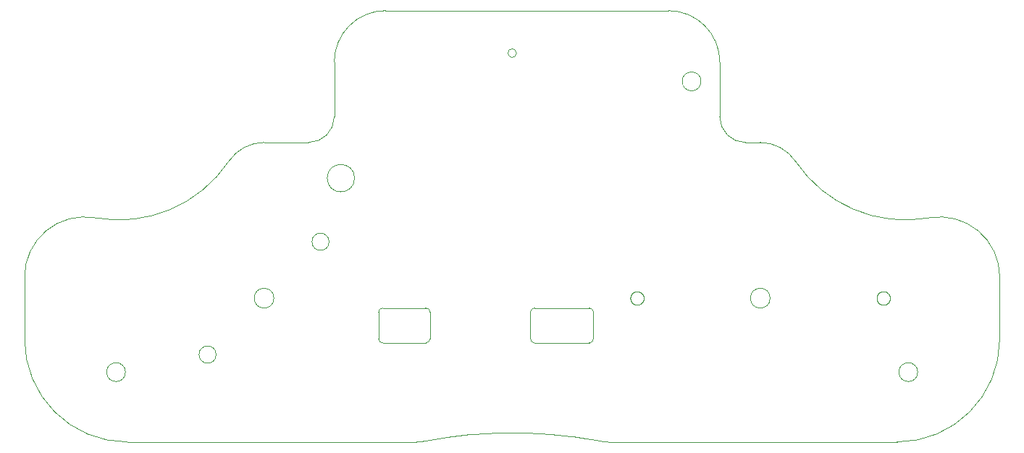
<source format=gbr>
%TF.GenerationSoftware,KiCad,Pcbnew,9.0.6-rc2*%
%TF.CreationDate,2025-11-20T00:12:21-08:00*%
%TF.ProjectId,Latte_Main_Board,4c617474-655f-44d6-9169-6e5f426f6172,rev?*%
%TF.SameCoordinates,Original*%
%TF.FileFunction,Profile,NP*%
%FSLAX46Y46*%
G04 Gerber Fmt 4.6, Leading zero omitted, Abs format (unit mm)*
G04 Created by KiCad (PCBNEW 9.0.6-rc2) date 2025-11-20 00:12:21*
%MOMM*%
%LPD*%
G01*
G04 APERTURE LIST*
%TA.AperFunction,Profile*%
%ADD10C,0.050000*%
%TD*%
%ADD11C,0.050000*%
G04 APERTURE END LIST*
D10*
X66001222Y-72893174D02*
X66615399Y-72788068D01*
D11*
X74256060Y-71973528D02*
X74165225Y-71978450D01*
X74076468Y-71983280D01*
X73991228Y-71987939D01*
X73907928Y-71992511D01*
X73827870Y-71996926D01*
X73749622Y-72001261D01*
X73674362Y-72005450D01*
X73600794Y-72009565D01*
X73529981Y-72013546D01*
X73460749Y-72017459D01*
X73394057Y-72021247D01*
X73328844Y-72024972D01*
X73265971Y-72028583D01*
X73204483Y-72032135D01*
X73145151Y-72035582D01*
X73087115Y-72038974D01*
X73031065Y-72042270D01*
X72976227Y-72045514D01*
X72923217Y-72048670D01*
X72871343Y-72051779D01*
X72821147Y-72054807D01*
X72772016Y-72057791D01*
X72724426Y-72060701D01*
X72677833Y-72063571D01*
X72632651Y-72066373D01*
X72588403Y-72069137D01*
X72545443Y-72071841D01*
X72503360Y-72074510D01*
X72462450Y-72077124D01*
X72422360Y-72079706D01*
X72383334Y-72082239D01*
X72345077Y-72084742D01*
X72307780Y-72087202D01*
X72271203Y-72089635D01*
X72235484Y-72092031D01*
X72200441Y-72094401D01*
X72166158Y-72096739D01*
X72132508Y-72099055D01*
X72099525Y-72101344D01*
X72067132Y-72103612D01*
X72035312Y-72105860D01*
X72004045Y-72108089D01*
X71973257Y-72110304D01*
X71942986Y-72112501D01*
X71913098Y-72114690D01*
X71883690Y-72116864D01*
X71825895Y-72121195D01*
X71769325Y-72125513D01*
X71713692Y-72129838D01*
X71658685Y-72134194D01*
X71603955Y-72138605D01*
X71549101Y-72143105D01*
X71493638Y-72147734D01*
X71436955Y-72152542D01*
X71378234Y-72157601D01*
X71316300Y-72163014D01*
X71301723Y-72164298D01*
D10*
X61076044Y-61451235D02*
G75*
G02*
X60575965Y-60951235I-44J500035D01*
G01*
D11*
X119144785Y-55568869D02*
X119151065Y-55564502D01*
X119157400Y-55560195D01*
X119163788Y-55555947D01*
X119170230Y-55551760D01*
X119176725Y-55547634D01*
X119183272Y-55543569D01*
X119189871Y-55539566D01*
X119196521Y-55535626D01*
X119203222Y-55531749D01*
X119209972Y-55527935D01*
X119216772Y-55524185D01*
X119223621Y-55520499D01*
X119230517Y-55516878D01*
X119237461Y-55513323D01*
X119244452Y-55509834D01*
X119251488Y-55506411D01*
X119258569Y-55503055D01*
X119265695Y-55499766D01*
X119272865Y-55496545D01*
X119280077Y-55493393D01*
X119287331Y-55490310D01*
X119294627Y-55487296D01*
X119301963Y-55484352D01*
X119309338Y-55481478D01*
X119316751Y-55478675D01*
X119324202Y-55475943D01*
X119331690Y-55473283D01*
X119339214Y-55470695D01*
X119346772Y-55468180D01*
X119354364Y-55465738D01*
X119361988Y-55463369D01*
X119369645Y-55461074D01*
X119377332Y-55458853D01*
X119385049Y-55456707D01*
X119392794Y-55454637D01*
X119400567Y-55452641D01*
X119408366Y-55450721D01*
X119416190Y-55448878D01*
X119424039Y-55447111D01*
X119431911Y-55445420D01*
X119439804Y-55443807D01*
X119447719Y-55442271D01*
X119455653Y-55440813D01*
X119463605Y-55439433D01*
X119471574Y-55438131D01*
X119479560Y-55436907D01*
X119487560Y-55435762D01*
X119495574Y-55434696D01*
X119503600Y-55433709D01*
X119511637Y-55432801D01*
X119519685Y-55431973D01*
X119527740Y-55431224D01*
X119535804Y-55430555D01*
X119539838Y-55430250D01*
X119543873Y-55429965D01*
X119547910Y-55429701D01*
X119551948Y-55429456D01*
X119555987Y-55429231D01*
X119560026Y-55429026D01*
X119564066Y-55428841D01*
X119568107Y-55428676D01*
X119572148Y-55428531D01*
X119576189Y-55428407D01*
X119580230Y-55428302D01*
X119584272Y-55428217D01*
X119588312Y-55428152D01*
X119592353Y-55428107D01*
X119596392Y-55428083D01*
X119600431Y-55428078D01*
X119604469Y-55428093D01*
X119608506Y-55428128D01*
X119612541Y-55428184D01*
X119616576Y-55428259D01*
X119620608Y-55428354D01*
X119624640Y-55428469D01*
X119628669Y-55428604D01*
X119632697Y-55428759D01*
X119636721Y-55428934D01*
X119640745Y-55429129D01*
X119644765Y-55429344D01*
X119648783Y-55429579D01*
X119652798Y-55429834D01*
X119656811Y-55430108D01*
X119660820Y-55430403D01*
X119664827Y-55430717D01*
X119668829Y-55431051D01*
X119672829Y-55431405D01*
X119676824Y-55431778D01*
X119680817Y-55432172D01*
X119684805Y-55432585D01*
X119688790Y-55433018D01*
X119692769Y-55433470D01*
X119696746Y-55433942D01*
X119700717Y-55434434D01*
X119704685Y-55434946D01*
X119708646Y-55435476D01*
X119712604Y-55436027D01*
X119716556Y-55436597D01*
X119720504Y-55437187D01*
X119724445Y-55437795D01*
X119728383Y-55438424D01*
X119732313Y-55439072D01*
X119736239Y-55439739D01*
X119740158Y-55440425D01*
X119744073Y-55441131D01*
X119747980Y-55441856D01*
X119751883Y-55442600D01*
X119755777Y-55443364D01*
X119759667Y-55444146D01*
X119763548Y-55444948D01*
X119767425Y-55445769D01*
X119771293Y-55446608D01*
X119775157Y-55447467D01*
X119779011Y-55448345D01*
X119782860Y-55449242D01*
X119786699Y-55450157D01*
X119790534Y-55451091D01*
X119794359Y-55452044D01*
X119798179Y-55453016D01*
X119801988Y-55454007D01*
X119805792Y-55455016D01*
X119809586Y-55456044D01*
X119813374Y-55457090D01*
X119817152Y-55458155D01*
X119820924Y-55459239D01*
X119824684Y-55460340D01*
X119828440Y-55461461D01*
X119832183Y-55462599D01*
X119835921Y-55463756D01*
X119839648Y-55464931D01*
X119843368Y-55466125D01*
X119847076Y-55467336D01*
X119850779Y-55468566D01*
X119854469Y-55469813D01*
X119858153Y-55471079D01*
X119861825Y-55472362D01*
X119865490Y-55473664D01*
X119869143Y-55474983D01*
X119872789Y-55476321D01*
X119876422Y-55477675D01*
X119880049Y-55479049D01*
X119883662Y-55480438D01*
X119887269Y-55481847D01*
X119890862Y-55483272D01*
X119894449Y-55484716D01*
X119898022Y-55486176D01*
X119901588Y-55487654D01*
X119905141Y-55489149D01*
X119908686Y-55490663D01*
X119912217Y-55492192D01*
X119915741Y-55493740D01*
X119919251Y-55495303D01*
X119922754Y-55496886D01*
X119926242Y-55498484D01*
X119929723Y-55500100D01*
X119936513Y-55503317D01*
D10*
X55395303Y-34991397D02*
G75*
G02*
X52395302Y-37991403I-3000003J-3D01*
G01*
X78323798Y-57854133D02*
X78323798Y-60951183D01*
X47206590Y-37991397D02*
X52395302Y-37991397D01*
X78323798Y-57854133D02*
G75*
G02*
X78823800Y-57354198I499902J33D01*
G01*
D11*
X90283987Y-56806539D02*
X90278065Y-56801386D01*
X90272191Y-56796168D01*
X90266363Y-56790885D01*
X90260584Y-56785539D01*
X90254854Y-56780128D01*
X90249175Y-56774655D01*
X90243546Y-56769120D01*
X90237968Y-56763523D01*
X90232443Y-56757866D01*
X90226971Y-56752149D01*
X90221554Y-56746372D01*
X90216191Y-56740538D01*
X90210883Y-56734645D01*
X90205632Y-56728696D01*
X90200439Y-56722690D01*
X90195303Y-56716630D01*
X90190226Y-56710515D01*
X90185209Y-56704346D01*
X90180251Y-56698125D01*
X90175355Y-56691852D01*
X90170521Y-56685528D01*
X90165749Y-56679155D01*
X90161041Y-56672732D01*
X90156396Y-56666261D01*
X90151816Y-56659743D01*
X90147301Y-56653179D01*
X90145068Y-56649880D01*
X90142852Y-56646570D01*
X90140653Y-56643248D01*
X90138470Y-56639916D01*
X90136304Y-56636573D01*
X90134155Y-56633219D01*
X90132023Y-56629855D01*
X90129908Y-56626480D01*
X90127811Y-56623095D01*
X90125730Y-56619699D01*
X90123667Y-56616294D01*
X90121621Y-56612878D01*
X90119592Y-56609453D01*
X90117581Y-56606018D01*
X90115588Y-56602574D01*
X90113612Y-56599120D01*
X90111654Y-56595657D01*
X90109714Y-56592184D01*
X90107792Y-56588703D01*
X90105887Y-56585213D01*
X90104001Y-56581714D01*
X90102132Y-56578206D01*
X90100282Y-56574690D01*
X90098450Y-56571164D01*
X90096636Y-56567632D01*
X90094840Y-56564090D01*
X90093063Y-56560541D01*
X90091304Y-56556984D01*
X90089564Y-56553419D01*
X90087842Y-56549846D01*
X90086139Y-56546267D01*
X90084455Y-56542679D01*
X90082789Y-56539085D01*
X90081142Y-56535482D01*
X90079514Y-56531874D01*
X90077904Y-56528258D01*
X90076314Y-56524636D01*
X90074742Y-56521007D01*
X90073190Y-56517372D01*
X90071656Y-56513729D01*
X90070142Y-56510082D01*
X90068647Y-56506427D01*
X90067171Y-56502768D01*
X90065714Y-56499101D01*
X90064277Y-56495430D01*
X90062858Y-56491752D01*
X90061459Y-56488070D01*
X90060080Y-56484381D01*
X90058720Y-56480689D01*
X90057379Y-56476989D01*
X90056058Y-56473287D01*
X90054756Y-56469578D01*
X90053666Y-56466425D01*
X120372738Y-56091024D02*
X120373883Y-56098665D01*
X120374950Y-56106328D01*
X120375939Y-56114013D01*
X120376850Y-56121718D01*
X120377684Y-56129443D01*
X120378439Y-56137187D01*
X120379115Y-56144950D01*
X120379713Y-56152729D01*
X120380231Y-56160525D01*
X120380671Y-56168337D01*
X120381032Y-56176163D01*
X120381313Y-56184003D01*
X120381514Y-56191855D01*
X120381636Y-56199719D01*
X120381678Y-56207594D01*
X120381640Y-56215479D01*
X120381523Y-56223373D01*
X120381325Y-56231275D01*
X120381047Y-56239183D01*
X120380689Y-56247097D01*
X120380250Y-56255016D01*
X120379731Y-56262938D01*
X120379132Y-56270863D01*
X120378453Y-56278789D01*
X120377693Y-56286716D01*
X120376854Y-56294642D01*
X120375933Y-56302566D01*
X120374933Y-56310487D01*
X120373853Y-56318404D01*
X120372693Y-56326315D01*
X120371453Y-56334220D01*
X120370133Y-56342118D01*
X120368733Y-56350007D01*
X120367254Y-56357885D01*
X120365696Y-56365753D01*
X120364058Y-56373609D01*
X120362342Y-56381451D01*
X120360547Y-56389278D01*
X120358674Y-56397089D01*
X120356722Y-56404884D01*
X120354693Y-56412660D01*
X120352585Y-56420417D01*
X120350401Y-56428154D01*
X120348140Y-56435869D01*
X120346980Y-56439718D01*
X120345801Y-56443561D01*
X120344604Y-56447398D01*
X120343387Y-56451229D01*
X120342151Y-56455053D01*
X120340897Y-56458871D01*
X120339623Y-56462683D01*
X120338331Y-56466488D01*
X120337020Y-56470286D01*
X120335690Y-56474077D01*
X120334341Y-56477860D01*
X120332974Y-56481637D01*
X120331588Y-56485406D01*
X120330184Y-56489168D01*
X120328761Y-56492921D01*
X120327319Y-56496668D01*
X120325860Y-56500405D01*
X120324382Y-56504135D01*
X120322886Y-56507856D01*
X120321371Y-56511570D01*
X120319839Y-56515274D01*
X120318288Y-56518971D01*
X120316720Y-56522657D01*
X120315133Y-56526336D01*
X120313529Y-56530005D01*
X120311907Y-56533665D01*
X120310267Y-56537315D01*
X120308609Y-56540957D01*
X120306934Y-56544588D01*
X120305241Y-56548210D01*
X120303531Y-56551821D01*
X120301803Y-56555424D01*
X120300059Y-56559015D01*
X120298296Y-56562597D01*
X120296517Y-56566168D01*
X120294720Y-56569729D01*
X120292907Y-56573279D01*
X120291075Y-56576819D01*
X120289228Y-56580347D01*
X120287363Y-56583865D01*
X120285483Y-56587371D01*
X120283584Y-56590867D01*
X120281670Y-56594350D01*
X120279738Y-56597824D01*
X120277791Y-56601284D01*
X120275827Y-56604735D01*
X120273847Y-56608171D01*
X120271850Y-56611598D01*
X120269837Y-56615011D01*
X120267808Y-56618414D01*
X120265763Y-56621802D01*
X120263702Y-56625180D01*
X120261626Y-56628544D01*
X120259532Y-56631898D01*
X120257425Y-56635236D01*
X120255300Y-56638564D01*
X120253161Y-56641877D01*
X120251005Y-56645180D01*
X120248836Y-56648467D01*
X120246649Y-56651743D01*
X120244449Y-56655004D01*
X120242232Y-56658253D01*
X120240001Y-56661487D01*
X120237754Y-56664710D01*
X120235494Y-56667917D01*
X120233217Y-56671113D01*
X120230927Y-56674292D01*
X120228620Y-56677460D01*
X120226301Y-56680612D01*
X120223965Y-56683752D01*
X120221617Y-56686876D01*
X120219253Y-56689987D01*
X120216876Y-56693082D01*
X120214483Y-56696166D01*
X120212077Y-56699232D01*
X120209656Y-56702286D01*
X120207222Y-56705323D01*
X120204773Y-56708348D01*
X120202312Y-56711356D01*
X120199835Y-56714352D01*
X120197347Y-56717330D01*
X120194842Y-56720296D01*
X120192327Y-56723244D01*
X120189796Y-56726179D01*
X120187253Y-56729097D01*
X120184695Y-56732002D01*
X120184045Y-56732736D01*
X91384045Y-56732737D02*
X91378884Y-56738493D01*
X91373656Y-56744203D01*
X91368362Y-56749867D01*
X91363003Y-56755484D01*
X91357578Y-56761054D01*
X91352090Y-56766575D01*
X91346537Y-56772047D01*
X91340920Y-56777469D01*
X91335241Y-56782841D01*
X91329500Y-56788162D01*
X91323696Y-56793431D01*
X91317832Y-56798648D01*
X91311908Y-56803811D01*
X91305923Y-56808921D01*
X91299880Y-56813975D01*
X91293778Y-56818974D01*
X91287618Y-56823918D01*
X91281402Y-56828804D01*
X91275129Y-56833633D01*
X91268801Y-56838403D01*
X91262419Y-56843115D01*
X91255982Y-56847767D01*
X91249493Y-56852359D01*
X91242951Y-56856889D01*
X91236359Y-56861358D01*
X91229715Y-56865764D01*
X91223023Y-56870107D01*
X91216281Y-56874387D01*
X91209493Y-56878602D01*
X91202657Y-56882751D01*
X91195775Y-56886835D01*
X91188849Y-56890853D01*
X91181879Y-56894804D01*
X91174866Y-56898686D01*
X91167812Y-56902501D01*
X91160717Y-56906247D01*
X91153581Y-56909923D01*
X91146408Y-56913529D01*
X91139196Y-56917065D01*
X91131949Y-56920529D01*
X91124665Y-56923922D01*
X91117348Y-56927242D01*
X91109997Y-56930490D01*
X91106309Y-56932086D01*
X91102614Y-56933664D01*
X91098911Y-56935224D01*
X91095200Y-56936765D01*
X91091481Y-56938287D01*
X91087756Y-56939791D01*
X91084023Y-56941276D01*
X91080283Y-56942743D01*
X91076536Y-56944191D01*
X91072782Y-56945620D01*
X91069022Y-56947030D01*
X91065255Y-56948421D01*
X91061482Y-56949793D01*
X91057703Y-56951146D01*
X91053918Y-56952480D01*
X91050126Y-56953795D01*
X91046329Y-56955091D01*
X91042526Y-56956368D01*
X91038719Y-56957625D01*
X91034905Y-56958863D01*
X91031086Y-56960081D01*
X91027262Y-56961281D01*
X91023434Y-56962460D01*
X91019600Y-56963621D01*
X91015762Y-56964762D01*
X91011919Y-56965883D01*
X91008072Y-56966985D01*
X91004221Y-56968067D01*
X91000366Y-56969129D01*
X90996506Y-56970172D01*
X90992644Y-56971195D01*
X90988776Y-56972199D01*
X90984907Y-56973182D01*
X90981032Y-56974146D01*
X90977156Y-56975090D01*
X90973276Y-56976014D01*
X90969394Y-56976918D01*
X90965507Y-56977803D01*
X90961620Y-56978667D01*
X90957728Y-56979512D01*
X90953836Y-56980337D01*
X90949939Y-56981141D01*
X90946043Y-56981926D01*
X90942142Y-56982691D01*
X90938241Y-56983435D01*
X90934337Y-56984160D01*
X90930434Y-56984864D01*
X90926526Y-56985548D01*
X90922620Y-56986212D01*
X90918710Y-56986857D01*
X90914801Y-56987481D01*
X90910889Y-56988085D01*
X90906979Y-56988668D01*
X90903066Y-56989232D01*
X90899154Y-56989776D01*
X90895240Y-56990299D01*
X90891328Y-56990802D01*
X90887413Y-56991285D01*
X90883501Y-56991748D01*
X90879586Y-56992191D01*
X90875674Y-56992613D01*
X90871760Y-56993016D01*
X90867849Y-56993398D01*
X90863936Y-56993760D01*
X90860026Y-56994102D01*
X90856114Y-56994423D01*
X90852206Y-56994725D01*
X90848297Y-56995006D01*
X90844391Y-56995267D01*
X90840484Y-56995508D01*
X90836581Y-56995729D01*
X90832677Y-56995930D01*
X90828777Y-56996110D01*
X90824876Y-56996271D01*
X90820980Y-56996411D01*
X90817083Y-56996532D01*
X90813191Y-56996632D01*
X90809298Y-56996712D01*
X90805411Y-56996772D01*
X90801523Y-56996811D01*
X90797641Y-56996831D01*
X90793758Y-56996831D01*
X90789881Y-56996811D01*
X90786003Y-56996771D01*
X90778382Y-56996633D01*
D10*
X55395303Y-28572003D02*
G75*
G02*
X61395305Y-22572003I5999997J3D01*
G01*
X133190000Y-61040002D02*
G75*
G02*
X121190000Y-73040000I-12000000J2D01*
G01*
D11*
X86378778Y-72893174D02*
X86406651Y-72897963D01*
X86434537Y-72902674D01*
X86462437Y-72907305D01*
X86490350Y-72911858D01*
X86518276Y-72916332D01*
X86546214Y-72920726D01*
X86574165Y-72925042D01*
X86602129Y-72929279D01*
X86630104Y-72933436D01*
X86658091Y-72937515D01*
X86686090Y-72941514D01*
X86714100Y-72945434D01*
X86742121Y-72949275D01*
X86770153Y-72953036D01*
X86798195Y-72956719D01*
X86826248Y-72960322D01*
X86854312Y-72963845D01*
X86868347Y-72965577D01*
X86882385Y-72967290D01*
X86896426Y-72968982D01*
X86910468Y-72970654D01*
X86924514Y-72972307D01*
X86938561Y-72973940D01*
X86952611Y-72975553D01*
X86966663Y-72977146D01*
X86980717Y-72978719D01*
X86994774Y-72980272D01*
X87008833Y-72981806D01*
X87022894Y-72983319D01*
X87036957Y-72984813D01*
X87051023Y-72986287D01*
X87065090Y-72987741D01*
X87079160Y-72989175D01*
X87093232Y-72990589D01*
X87107305Y-72991983D01*
X87121381Y-72993358D01*
X87135459Y-72994712D01*
X87149538Y-72996046D01*
X87163620Y-72997361D01*
X87177703Y-72998656D01*
X87191788Y-72999931D01*
X87205875Y-73001185D01*
X87219964Y-73002420D01*
X87229293Y-73003227D01*
D10*
X61076044Y-61451235D02*
X66091702Y-61451235D01*
X66591701Y-60951236D02*
X66591701Y-57854134D01*
X98270086Y-30847003D02*
G75*
G02*
X96070088Y-30847003I-1099999J0D01*
G01*
X96070088Y-30847003D02*
G75*
G02*
X98270086Y-30847003I1099999J0D01*
G01*
X103465470Y-37991397D02*
G75*
G02*
X100465503Y-34991392I30J2999997D01*
G01*
X19190001Y-53701697D02*
G75*
G02*
X27434353Y-46813180I6999999J7D01*
G01*
X64293889Y-73040001D02*
X31190001Y-73040001D01*
X124945648Y-46813185D02*
G75*
G02*
X133190004Y-53701701I1244352J-6888515D01*
G01*
X66091700Y-57354133D02*
X61076044Y-57354134D01*
D11*
X90778382Y-56996633D02*
X90770586Y-56996413D01*
X90762783Y-56996112D01*
X90754974Y-56995731D01*
X90747160Y-56995270D01*
X90739342Y-56994729D01*
X90731520Y-56994107D01*
X90723696Y-56993405D01*
X90715871Y-56992622D01*
X90708045Y-56991759D01*
X90700220Y-56990816D01*
X90692397Y-56989792D01*
X90684577Y-56988688D01*
X90676761Y-56987504D01*
X90668950Y-56986240D01*
X90661145Y-56984896D01*
X90653346Y-56983472D01*
X90645556Y-56981968D01*
X90637776Y-56980384D01*
X90630006Y-56978721D01*
X90622247Y-56976979D01*
X90614501Y-56975157D01*
X90606768Y-56973257D01*
X90599051Y-56971278D01*
X90591349Y-56969220D01*
X90583665Y-56967084D01*
X90575999Y-56964871D01*
X90568352Y-56962579D01*
X90560726Y-56960211D01*
X90553121Y-56957765D01*
X90545539Y-56955242D01*
X90537982Y-56952644D01*
X90530449Y-56949969D01*
X90522942Y-56947219D01*
X90515463Y-56944393D01*
X90511734Y-56942952D01*
X90508012Y-56941493D01*
X90504298Y-56940015D01*
X90500591Y-56938518D01*
X90496892Y-56937003D01*
X90493200Y-56935470D01*
X90489517Y-56933918D01*
X90485841Y-56932348D01*
X90482174Y-56930759D01*
X90478515Y-56929153D01*
X90474865Y-56927528D01*
X90471223Y-56925885D01*
X90467591Y-56924225D01*
X90463966Y-56922546D01*
X90460351Y-56920849D01*
X90456745Y-56919135D01*
X90453149Y-56917403D01*
X90449561Y-56915653D01*
X90445984Y-56913886D01*
X90442416Y-56912101D01*
X90438858Y-56910299D01*
X90435309Y-56908479D01*
X90431771Y-56906642D01*
X90428243Y-56904787D01*
X90424726Y-56902916D01*
X90421218Y-56901027D01*
X90417722Y-56899122D01*
X90414235Y-56897199D01*
X90410760Y-56895259D01*
X90407295Y-56893303D01*
X90403843Y-56891330D01*
X90400400Y-56889340D01*
X90396970Y-56887334D01*
X90393550Y-56885310D01*
X90390143Y-56883272D01*
X90386746Y-56881215D01*
X90383362Y-56879144D01*
X90379988Y-56877055D01*
X90376629Y-56874952D01*
X90373279Y-56872831D01*
X90369944Y-56870695D01*
X90366619Y-56868542D01*
X90363308Y-56866375D01*
X90360008Y-56864191D01*
X90356722Y-56861992D01*
X90353448Y-56859776D01*
X90350188Y-56857547D01*
X90346939Y-56855300D01*
X90343705Y-56853040D01*
X90340483Y-56850763D01*
X90337275Y-56848472D01*
X90334079Y-56846165D01*
X90330898Y-56843844D01*
X90327729Y-56841507D01*
X90324576Y-56839157D01*
X90321434Y-56836790D01*
X90318308Y-56834410D01*
X90315194Y-56832015D01*
X90312096Y-56829606D01*
X90309011Y-56827181D01*
X90305941Y-56824744D01*
X90302884Y-56822290D01*
X90299843Y-56819825D01*
X90296814Y-56817343D01*
X90293802Y-56814849D01*
X90290803Y-56812340D01*
X90287820Y-56809819D01*
X90284851Y-56807282D01*
X90283987Y-56806539D01*
D10*
X86378778Y-72893174D02*
X85454590Y-72737082D01*
X121190000Y-73040001D02*
X88086111Y-73040001D01*
X78823850Y-61451235D02*
X85194600Y-61451235D01*
D11*
X119578382Y-56996633D02*
X119570586Y-56996413D01*
X119562783Y-56996112D01*
X119554974Y-56995731D01*
X119547159Y-56995270D01*
X119539341Y-56994728D01*
X119531519Y-56994106D01*
X119523695Y-56993404D01*
X119515869Y-56992622D01*
X119508044Y-56991759D01*
X119500219Y-56990815D01*
X119492396Y-56989792D01*
X119484576Y-56988688D01*
X119476759Y-56987504D01*
X119468948Y-56986239D01*
X119461142Y-56984895D01*
X119453344Y-56983471D01*
X119445554Y-56981967D01*
X119437773Y-56980383D01*
X119430003Y-56978720D01*
X119422244Y-56976978D01*
X119414498Y-56975156D01*
X119406766Y-56973256D01*
X119399048Y-56971277D01*
X119391346Y-56969219D01*
X119383662Y-56967083D01*
X119375996Y-56964870D01*
X119368349Y-56962578D01*
X119360723Y-56960209D01*
X119353118Y-56957764D01*
X119345536Y-56955241D01*
X119337979Y-56952642D01*
X119330446Y-56949968D01*
X119322939Y-56947217D01*
X119315460Y-56944392D01*
X119311731Y-56942951D01*
X119308009Y-56941492D01*
X119304295Y-56940014D01*
X119300588Y-56938517D01*
X119296889Y-56937002D01*
X119293197Y-56935468D01*
X119289514Y-56933917D01*
X119285839Y-56932346D01*
X119282172Y-56930758D01*
X119278513Y-56929151D01*
X119274863Y-56927527D01*
X119271221Y-56925884D01*
X119267588Y-56924223D01*
X119263964Y-56922545D01*
X119260349Y-56920848D01*
X119256743Y-56919134D01*
X119253146Y-56917402D01*
X119249559Y-56915652D01*
X119245981Y-56913885D01*
X119242413Y-56912100D01*
X119238855Y-56910297D01*
X119235307Y-56908477D01*
X119231769Y-56906641D01*
X119228240Y-56904786D01*
X119224723Y-56902915D01*
X119221215Y-56901026D01*
X119217719Y-56899120D01*
X119214233Y-56897197D01*
X119210758Y-56895258D01*
X119207293Y-56893301D01*
X119203841Y-56891329D01*
X119200398Y-56889339D01*
X119196968Y-56887333D01*
X119193548Y-56885309D01*
X119190141Y-56883270D01*
X119186744Y-56881214D01*
X119183360Y-56879143D01*
X119179987Y-56877054D01*
X119176627Y-56874950D01*
X119173277Y-56872830D01*
X119169942Y-56870694D01*
X119166617Y-56868541D01*
X119163306Y-56866374D01*
X119160006Y-56864190D01*
X119156721Y-56861991D01*
X119153446Y-56859775D01*
X119150186Y-56857546D01*
X119146938Y-56855299D01*
X119143704Y-56853039D01*
X119140481Y-56850762D01*
X119137274Y-56848471D01*
X119134078Y-56846164D01*
X119130897Y-56843843D01*
X119127728Y-56841506D01*
X119124575Y-56839156D01*
X119121433Y-56836789D01*
X119118307Y-56834410D01*
X119115193Y-56832014D01*
X119112095Y-56829605D01*
X119109009Y-56827180D01*
X119105940Y-56824743D01*
X119102883Y-56822289D01*
X119099842Y-56819824D01*
X119096813Y-56817342D01*
X119093801Y-56814848D01*
X119090802Y-56812339D01*
X119087820Y-56809818D01*
X119084850Y-56807281D01*
X119083986Y-56806538D01*
D10*
X66591701Y-60951236D02*
G75*
G02*
X66091702Y-61451201I-500001J36D01*
G01*
X105181145Y-37991397D02*
G75*
G02*
X109323869Y-40203265I-7745J-5000003D01*
G01*
X76689999Y-27540001D02*
G75*
G02*
X75690001Y-27540001I-499999J0D01*
G01*
X75690001Y-27540001D02*
G75*
G02*
X76689999Y-27540001I499999J0D01*
G01*
X71301723Y-72164298D02*
X68586868Y-72483539D01*
X85694590Y-60944721D02*
X85694590Y-57854102D01*
X85694590Y-60944721D02*
G75*
G02*
X85194600Y-61451232I-499990J-6479D01*
G01*
D11*
X118811109Y-56211390D02*
X118811149Y-56203697D01*
X118811269Y-56195993D01*
X118811469Y-56188280D01*
X118811749Y-56180558D01*
X118812110Y-56172828D01*
X118812550Y-56165091D01*
X118813072Y-56157348D01*
X118813673Y-56149599D01*
X118814355Y-56141845D01*
X118815118Y-56134087D01*
X118815962Y-56126327D01*
X118816886Y-56118564D01*
X118817890Y-56110800D01*
X118818976Y-56103036D01*
X118820141Y-56095273D01*
X118821388Y-56087511D01*
X118822715Y-56079752D01*
X118824123Y-56071996D01*
X118825610Y-56064245D01*
X118827179Y-56056499D01*
X118828827Y-56048760D01*
X118830556Y-56041029D01*
X118832365Y-56033306D01*
X118834253Y-56025593D01*
X118836221Y-56017890D01*
X118838269Y-56010199D01*
X118840396Y-56002521D01*
X118842602Y-55994857D01*
X118844887Y-55987208D01*
X118847251Y-55979575D01*
X118849693Y-55971960D01*
X118852213Y-55964362D01*
X118854811Y-55956784D01*
X118857487Y-55949227D01*
X118860240Y-55941691D01*
X118863069Y-55934178D01*
X118865975Y-55926689D01*
X118868957Y-55919225D01*
X118872015Y-55911787D01*
X118875148Y-55904377D01*
X118878355Y-55896994D01*
X118881638Y-55889642D01*
X118884994Y-55882320D01*
X118888423Y-55875029D01*
X118891926Y-55867772D01*
X118895501Y-55860549D01*
X118899147Y-55853360D01*
X118902865Y-55846208D01*
X118904751Y-55842646D01*
X118906654Y-55839093D01*
X118908575Y-55835550D01*
X118910513Y-55832017D01*
X118912469Y-55828493D01*
X118914442Y-55824980D01*
X118916432Y-55821477D01*
X118918440Y-55817983D01*
X118920464Y-55814501D01*
X118922506Y-55811028D01*
X118924564Y-55807567D01*
X118926640Y-55804116D01*
X118928732Y-55800676D01*
X118930841Y-55797247D01*
X118932966Y-55793830D01*
X118935108Y-55790423D01*
X118937267Y-55787028D01*
X118939442Y-55783645D01*
X118941633Y-55780273D01*
X118943840Y-55776913D01*
X118946063Y-55773565D01*
X118948303Y-55770229D01*
X118950558Y-55766905D01*
X118952830Y-55763593D01*
X118955116Y-55760295D01*
X118957419Y-55757007D01*
X118959737Y-55753734D01*
X118962071Y-55750472D01*
X118964420Y-55747224D01*
X118966785Y-55743988D01*
X118969164Y-55740766D01*
X118971560Y-55737556D01*
X118973969Y-55734361D01*
X118976394Y-55731178D01*
X118978834Y-55728010D01*
X118981289Y-55724854D01*
X118983757Y-55721713D01*
X118986241Y-55718584D01*
X118988739Y-55715471D01*
X118991252Y-55712371D01*
X118993778Y-55709286D01*
X118996320Y-55706214D01*
X118998874Y-55703158D01*
X119001444Y-55700115D01*
X119004026Y-55697087D01*
X119006624Y-55694073D01*
X119009234Y-55691076D01*
X119011859Y-55688091D01*
X119014496Y-55685123D01*
X119017147Y-55682169D01*
X119019811Y-55679231D01*
X119022490Y-55676307D01*
X119025180Y-55673400D01*
X119027884Y-55670506D01*
X119030600Y-55667630D01*
X119033331Y-55664767D01*
X119036072Y-55661922D01*
X119038828Y-55659091D01*
X119041595Y-55656277D01*
X119044376Y-55653478D01*
X119047167Y-55650696D01*
X119049973Y-55647928D01*
X119052789Y-55645179D01*
X119055618Y-55642444D01*
X119058458Y-55639727D01*
X119061312Y-55637024D01*
X119064176Y-55634340D01*
X119067053Y-55631670D01*
X119069940Y-55629018D01*
X119072840Y-55626382D01*
X119075750Y-55623764D01*
X119078673Y-55621161D01*
X119081605Y-55618576D01*
X119084551Y-55616007D01*
X119087505Y-55613456D01*
X119090473Y-55610921D01*
X119093449Y-55608404D01*
X119096438Y-55605903D01*
X119099436Y-55603421D01*
X119102446Y-55600954D01*
X119105465Y-55598506D01*
X119108496Y-55596074D01*
X119111535Y-55593661D01*
X119114587Y-55591264D01*
X119117647Y-55588886D01*
X119120719Y-55586523D01*
X119123799Y-55584181D01*
X119126891Y-55581854D01*
X119129990Y-55579546D01*
X119133101Y-55577255D01*
X119136220Y-55574983D01*
X119139350Y-55572727D01*
X119144785Y-55568869D01*
X90053666Y-56466425D02*
X90051140Y-56458944D01*
X90048689Y-56451433D01*
X90046312Y-56443892D01*
X90044010Y-56436324D01*
X90041783Y-56428728D01*
X90039632Y-56421106D01*
X90037557Y-56413459D01*
X90035558Y-56405788D01*
X90033636Y-56398094D01*
X90031791Y-56390379D01*
X90030024Y-56382642D01*
X90028333Y-56374887D01*
X90026721Y-56367113D01*
X90025187Y-56359321D01*
X90023732Y-56351514D01*
X90022354Y-56343692D01*
X90021056Y-56335855D01*
X90020437Y-56331933D01*
X90019837Y-56328007D01*
X90019257Y-56324078D01*
X90018697Y-56320146D01*
X90018156Y-56316212D01*
X90017636Y-56312276D01*
X90017135Y-56308337D01*
X90016654Y-56304396D01*
X90016194Y-56300453D01*
X90015753Y-56296508D01*
X90015332Y-56292561D01*
X90014931Y-56288613D01*
X90014550Y-56284664D01*
X90014189Y-56280712D01*
X90013848Y-56276761D01*
X90013526Y-56272807D01*
X90013225Y-56268854D01*
X90012944Y-56264899D01*
X90012683Y-56260944D01*
X90012442Y-56256988D01*
X90012221Y-56253032D01*
X90012020Y-56249076D01*
X90011839Y-56245120D01*
X90011678Y-56241164D01*
X90011537Y-56237209D01*
X90011417Y-56233253D01*
X90011316Y-56229299D01*
X90011235Y-56225345D01*
X90011174Y-56221392D01*
X90011134Y-56217439D01*
X90011110Y-56211390D01*
D10*
X100465467Y-28572012D02*
X100465467Y-34991392D01*
D11*
X91572738Y-56091024D02*
X91573883Y-56098665D01*
X91574950Y-56106328D01*
X91575939Y-56114013D01*
X91576850Y-56121718D01*
X91577684Y-56129444D01*
X91578439Y-56137188D01*
X91579115Y-56144950D01*
X91579713Y-56152730D01*
X91580231Y-56160526D01*
X91580671Y-56168337D01*
X91581032Y-56176163D01*
X91581313Y-56184003D01*
X91581514Y-56191856D01*
X91581636Y-56199720D01*
X91581678Y-56207595D01*
X91581640Y-56215480D01*
X91581523Y-56223374D01*
X91581325Y-56231276D01*
X91581047Y-56239184D01*
X91580689Y-56247098D01*
X91580250Y-56255017D01*
X91579731Y-56262939D01*
X91579132Y-56270864D01*
X91578453Y-56278791D01*
X91577694Y-56286717D01*
X91576854Y-56294643D01*
X91575934Y-56302567D01*
X91574933Y-56310488D01*
X91573853Y-56318405D01*
X91572693Y-56326317D01*
X91571453Y-56334222D01*
X91570133Y-56342119D01*
X91568733Y-56350008D01*
X91567254Y-56357887D01*
X91565696Y-56365754D01*
X91564059Y-56373610D01*
X91562342Y-56381452D01*
X91560547Y-56389279D01*
X91558674Y-56397091D01*
X91556722Y-56404885D01*
X91554693Y-56412662D01*
X91552586Y-56420419D01*
X91550401Y-56428155D01*
X91548140Y-56435870D01*
X91546980Y-56439719D01*
X91545802Y-56443562D01*
X91544604Y-56447399D01*
X91543387Y-56451230D01*
X91542152Y-56455054D01*
X91540897Y-56458873D01*
X91539623Y-56462684D01*
X91538331Y-56466489D01*
X91537020Y-56470287D01*
X91535690Y-56474078D01*
X91534341Y-56477861D01*
X91532974Y-56481638D01*
X91531588Y-56485407D01*
X91530184Y-56489169D01*
X91528761Y-56492922D01*
X91527320Y-56496669D01*
X91525860Y-56500406D01*
X91524382Y-56504136D01*
X91522886Y-56507858D01*
X91521372Y-56511571D01*
X91519840Y-56515275D01*
X91518289Y-56518972D01*
X91516720Y-56522658D01*
X91515134Y-56526337D01*
X91513530Y-56530005D01*
X91511907Y-56533666D01*
X91510268Y-56537316D01*
X91508610Y-56540958D01*
X91506935Y-56544588D01*
X91505242Y-56548211D01*
X91503532Y-56551822D01*
X91501804Y-56555425D01*
X91500059Y-56559016D01*
X91498297Y-56562598D01*
X91496517Y-56566169D01*
X91494720Y-56569730D01*
X91492907Y-56573280D01*
X91491076Y-56576820D01*
X91489229Y-56580348D01*
X91487364Y-56583866D01*
X91485483Y-56587372D01*
X91483585Y-56590868D01*
X91481671Y-56594351D01*
X91479739Y-56597825D01*
X91477792Y-56601285D01*
X91475827Y-56604735D01*
X91473847Y-56608172D01*
X91471850Y-56611599D01*
X91469838Y-56615011D01*
X91467808Y-56618414D01*
X91465764Y-56621803D01*
X91463703Y-56625181D01*
X91461626Y-56628545D01*
X91459533Y-56631898D01*
X91457425Y-56635237D01*
X91455301Y-56638565D01*
X91453162Y-56641878D01*
X91451006Y-56645180D01*
X91448837Y-56648467D01*
X91446650Y-56651743D01*
X91444450Y-56655004D01*
X91442233Y-56658254D01*
X91440002Y-56661488D01*
X91437755Y-56664710D01*
X91435495Y-56667917D01*
X91433218Y-56671113D01*
X91430928Y-56674292D01*
X91428621Y-56677460D01*
X91426302Y-56680612D01*
X91423966Y-56683752D01*
X91421618Y-56686876D01*
X91419254Y-56689987D01*
X91416877Y-56693083D01*
X91414483Y-56696166D01*
X91412078Y-56699232D01*
X91409657Y-56702286D01*
X91407223Y-56705323D01*
X91404774Y-56708348D01*
X91402313Y-56711356D01*
X91399836Y-56714352D01*
X91397348Y-56717330D01*
X91394843Y-56720295D01*
X91392328Y-56723244D01*
X91389797Y-56726179D01*
X91387254Y-56729097D01*
X91384696Y-56732002D01*
X91384045Y-56732737D01*
D10*
X41583122Y-62811400D02*
G75*
G02*
X39583122Y-62811400I-1000000J0D01*
G01*
X39583122Y-62811400D02*
G75*
G02*
X41583122Y-62811400I1000000J0D01*
G01*
X85454590Y-72737082D02*
X84827816Y-72638733D01*
D11*
X119083986Y-56806538D02*
X119078064Y-56801385D01*
X119072190Y-56796167D01*
X119066362Y-56790884D01*
X119060583Y-56785537D01*
X119054853Y-56780127D01*
X119049173Y-56774654D01*
X119043544Y-56769119D01*
X119037967Y-56763522D01*
X119032442Y-56757865D01*
X119026970Y-56752148D01*
X119021552Y-56746371D01*
X119016189Y-56740536D01*
X119010882Y-56734644D01*
X119005631Y-56728695D01*
X119000437Y-56722689D01*
X118995302Y-56716629D01*
X118990225Y-56710514D01*
X118985207Y-56704345D01*
X118980250Y-56698124D01*
X118975354Y-56691851D01*
X118970520Y-56685528D01*
X118965748Y-56679154D01*
X118961040Y-56672731D01*
X118956395Y-56666261D01*
X118951815Y-56659743D01*
X118947300Y-56653179D01*
X118945068Y-56649880D01*
X118942852Y-56646569D01*
X118940652Y-56643248D01*
X118938469Y-56639916D01*
X118936304Y-56636573D01*
X118934155Y-56633219D01*
X118932023Y-56629855D01*
X118929908Y-56626480D01*
X118927810Y-56623095D01*
X118925730Y-56619699D01*
X118923666Y-56616294D01*
X118921620Y-56612879D01*
X118919592Y-56609454D01*
X118917581Y-56606019D01*
X118915588Y-56602575D01*
X118913612Y-56599121D01*
X118911654Y-56595658D01*
X118909714Y-56592185D01*
X118907792Y-56588704D01*
X118905887Y-56585214D01*
X118904001Y-56581715D01*
X118902132Y-56578207D01*
X118900282Y-56574691D01*
X118898450Y-56571166D01*
X118896637Y-56567633D01*
X118894841Y-56564092D01*
X118893064Y-56560543D01*
X118891305Y-56556986D01*
X118889565Y-56553421D01*
X118887843Y-56549848D01*
X118886140Y-56546269D01*
X118884456Y-56542681D01*
X118882790Y-56539087D01*
X118881143Y-56535485D01*
X118879515Y-56531877D01*
X118877906Y-56528261D01*
X118876316Y-56524639D01*
X118874744Y-56521010D01*
X118873192Y-56517375D01*
X118871658Y-56513733D01*
X118870144Y-56510085D01*
X118868648Y-56506431D01*
X118867173Y-56502771D01*
X118865716Y-56499105D01*
X118864279Y-56495434D01*
X118862860Y-56491756D01*
X118861462Y-56488074D01*
X118860082Y-56484385D01*
X118858722Y-56480693D01*
X118857381Y-56476994D01*
X118856061Y-56473292D01*
X118854759Y-56469583D01*
X118853667Y-56466425D01*
D10*
X60576044Y-57854137D02*
G75*
G02*
X61076044Y-57354144I499956J37D01*
G01*
X133190000Y-53701701D02*
X133190000Y-61040002D01*
D11*
X90011110Y-56211390D02*
X90011150Y-56203697D01*
X90011270Y-56195993D01*
X90011470Y-56188280D01*
X90011750Y-56180558D01*
X90012110Y-56172829D01*
X90012551Y-56165092D01*
X90013072Y-56157348D01*
X90013674Y-56149599D01*
X90014356Y-56141845D01*
X90015119Y-56134088D01*
X90015962Y-56126327D01*
X90016886Y-56118565D01*
X90017891Y-56110801D01*
X90018976Y-56103037D01*
X90020142Y-56095273D01*
X90021388Y-56087512D01*
X90022715Y-56079752D01*
X90024123Y-56071997D01*
X90025611Y-56064246D01*
X90027179Y-56056500D01*
X90028828Y-56048761D01*
X90030556Y-56041030D01*
X90032365Y-56033307D01*
X90034253Y-56025593D01*
X90036222Y-56017891D01*
X90038269Y-56010200D01*
X90040396Y-56002522D01*
X90042603Y-55994858D01*
X90044888Y-55987209D01*
X90047251Y-55979576D01*
X90049693Y-55971961D01*
X90052213Y-55964363D01*
X90054811Y-55956786D01*
X90057487Y-55949228D01*
X90060240Y-55941692D01*
X90063069Y-55934179D01*
X90065975Y-55926690D01*
X90068957Y-55919226D01*
X90072015Y-55911788D01*
X90075148Y-55904378D01*
X90078355Y-55896996D01*
X90081637Y-55889643D01*
X90084994Y-55882321D01*
X90088423Y-55875031D01*
X90091925Y-55867773D01*
X90095500Y-55860550D01*
X90099147Y-55853361D01*
X90102865Y-55846209D01*
X90104751Y-55842647D01*
X90106654Y-55839094D01*
X90108575Y-55835551D01*
X90110513Y-55832018D01*
X90112469Y-55828494D01*
X90114442Y-55824981D01*
X90116432Y-55821478D01*
X90118439Y-55817984D01*
X90120464Y-55814502D01*
X90122506Y-55811029D01*
X90124564Y-55807568D01*
X90126639Y-55804117D01*
X90128731Y-55800677D01*
X90130840Y-55797248D01*
X90132966Y-55793831D01*
X90135108Y-55790424D01*
X90137266Y-55787029D01*
X90139441Y-55783646D01*
X90141632Y-55780274D01*
X90143840Y-55776914D01*
X90146063Y-55773566D01*
X90148303Y-55770230D01*
X90150558Y-55766906D01*
X90152829Y-55763594D01*
X90155116Y-55760296D01*
X90157419Y-55757008D01*
X90159737Y-55753735D01*
X90162071Y-55750473D01*
X90164420Y-55747225D01*
X90166785Y-55743989D01*
X90169164Y-55740767D01*
X90171559Y-55737557D01*
X90173969Y-55734362D01*
X90176394Y-55731179D01*
X90178833Y-55728011D01*
X90181288Y-55724855D01*
X90183757Y-55721714D01*
X90186241Y-55718585D01*
X90188738Y-55715472D01*
X90191251Y-55712372D01*
X90193778Y-55709287D01*
X90196319Y-55706215D01*
X90198874Y-55703159D01*
X90201444Y-55700115D01*
X90204026Y-55697088D01*
X90206623Y-55694074D01*
X90209233Y-55691077D01*
X90211858Y-55688092D01*
X90214495Y-55685124D01*
X90217147Y-55682170D01*
X90219810Y-55679232D01*
X90222489Y-55676308D01*
X90225179Y-55673400D01*
X90227884Y-55670507D01*
X90230599Y-55667631D01*
X90233330Y-55664768D01*
X90236071Y-55661923D01*
X90238827Y-55659092D01*
X90241594Y-55656278D01*
X90244375Y-55653478D01*
X90247166Y-55650697D01*
X90249972Y-55647929D01*
X90252788Y-55645180D01*
X90255618Y-55642444D01*
X90258458Y-55639727D01*
X90261311Y-55637025D01*
X90264175Y-55634340D01*
X90267052Y-55631671D01*
X90269939Y-55629019D01*
X90272839Y-55626383D01*
X90275749Y-55623765D01*
X90278672Y-55621161D01*
X90281604Y-55618577D01*
X90284550Y-55616008D01*
X90287504Y-55613457D01*
X90290472Y-55610922D01*
X90293448Y-55608405D01*
X90296437Y-55605904D01*
X90299435Y-55603422D01*
X90302445Y-55600955D01*
X90305464Y-55598507D01*
X90308495Y-55596075D01*
X90311534Y-55593662D01*
X90314586Y-55591264D01*
X90317646Y-55588887D01*
X90320718Y-55586524D01*
X90323798Y-55584182D01*
X90326890Y-55581854D01*
X90329989Y-55579547D01*
X90333100Y-55577256D01*
X90336218Y-55574984D01*
X90339349Y-55572728D01*
X90344785Y-55568869D01*
X83265203Y-72411622D02*
X83171103Y-72400610D01*
X83079401Y-72389899D01*
X82992024Y-72379713D01*
X82906849Y-72369804D01*
X82825576Y-72360370D01*
X82746326Y-72351190D01*
X82670603Y-72342439D01*
X82596741Y-72333923D01*
X82526069Y-72325796D01*
X82457111Y-72317885D01*
X82391040Y-72310326D01*
X82326550Y-72302968D01*
X82264672Y-72295928D01*
X82204254Y-72289075D01*
X82146201Y-72282509D01*
X82089496Y-72276117D01*
X82034929Y-72269985D01*
X81981609Y-72264014D01*
X81930221Y-72258279D01*
X81879986Y-72252693D01*
X81831494Y-72247321D01*
X81784068Y-72242087D01*
X81738210Y-72237046D01*
X81693340Y-72232134D01*
X81649875Y-72227395D01*
X81607325Y-72222777D01*
X81566028Y-72218314D01*
X81525578Y-72213963D01*
X81486239Y-72209752D01*
X81447683Y-72205644D01*
X81410105Y-72201661D01*
X81373250Y-72197774D01*
X81337243Y-72193997D01*
X81301906Y-72190310D01*
X81267291Y-72186718D01*
X81233294Y-72183210D01*
X81199897Y-72179784D01*
X81167068Y-72176437D01*
X81134717Y-72173157D01*
X81102888Y-72169951D01*
X81071411Y-72166800D01*
X81040412Y-72163717D01*
X80979293Y-72157697D01*
X80919168Y-72151854D01*
X80859644Y-72146148D01*
X80800285Y-72140536D01*
X80740586Y-72134971D01*
X80679938Y-72129396D01*
X80617560Y-72123740D01*
X80552393Y-72117909D01*
X80509797Y-72114136D01*
D10*
X48339909Y-56211390D02*
G75*
G02*
X46026965Y-56211390I-1156472J0D01*
G01*
X46026965Y-56211390D02*
G75*
G02*
X48339909Y-56211390I1156472J0D01*
G01*
X19190000Y-61040000D02*
X19190000Y-53701696D01*
X103465470Y-37991397D02*
X105181145Y-37991397D01*
X94473205Y-22572001D02*
G75*
G02*
X100465504Y-28572012I-7705J-5999999D01*
G01*
X85190128Y-57354133D02*
G75*
G02*
X85694587Y-57854102I4472J-499967D01*
G01*
D11*
X77496631Y-71954923D02*
X77400678Y-71954479D01*
X77306834Y-71954066D01*
X77216664Y-71953688D01*
X77128462Y-71953339D01*
X77043645Y-71953023D01*
X76960668Y-71952734D01*
X76880814Y-71952476D01*
X76802679Y-71952244D01*
X76727425Y-71952040D01*
X76653779Y-71951861D01*
X76582792Y-71951708D01*
X76513311Y-71951578D01*
X76446283Y-71951473D01*
X76380666Y-71951390D01*
X76317313Y-71951330D01*
X76255281Y-71951291D01*
X76195338Y-71951274D01*
X76136634Y-71951277D01*
X76079856Y-71951299D01*
X76024239Y-71951342D01*
X75970397Y-71951402D01*
X75917645Y-71951482D01*
X75866526Y-71951579D01*
X75816429Y-71951694D01*
X75767834Y-71951826D01*
X75720197Y-71951975D01*
X75673939Y-71952139D01*
X75628580Y-71952321D01*
X75584483Y-71952517D01*
X75541230Y-71952729D01*
X75499129Y-71952956D01*
X75457820Y-71953198D01*
X75417557Y-71953454D01*
X75378039Y-71953726D01*
X75339467Y-71954010D01*
X75301594Y-71954310D01*
X75264571Y-71954622D01*
X75228204Y-71954949D01*
X75192594Y-71955289D01*
X75157598Y-71955643D01*
X75123271Y-71956010D01*
X75089519Y-71956391D01*
X75056346Y-71956785D01*
X75023712Y-71957193D01*
X74991568Y-71957614D01*
X74959928Y-71958048D01*
X74928690Y-71958497D01*
X74897923Y-71958959D01*
X74867465Y-71959436D01*
X74837446Y-71959925D01*
X74778245Y-71960950D01*
X74720056Y-71962036D01*
X74662598Y-71963187D01*
X74605564Y-71964407D01*
X74548611Y-71965705D01*
X74491340Y-71967088D01*
X74433268Y-71968568D01*
X74373789Y-71970162D01*
X74312093Y-71971893D01*
X74256060Y-71973528D01*
D10*
X85190128Y-57354133D02*
X78823800Y-57354134D01*
D11*
X64293889Y-73040001D02*
X64322173Y-73039961D01*
X64350457Y-73039841D01*
X64378741Y-73039641D01*
X64407024Y-73039361D01*
X64435306Y-73039001D01*
X64463587Y-73038561D01*
X64491867Y-73038041D01*
X64520145Y-73037441D01*
X64548421Y-73036761D01*
X64576695Y-73036001D01*
X64604967Y-73035162D01*
X64633236Y-73034242D01*
X64661502Y-73033242D01*
X64689766Y-73032162D01*
X64718027Y-73031003D01*
X64732156Y-73030393D01*
X64746284Y-73029763D01*
X64760411Y-73029113D01*
X64774537Y-73028443D01*
X64788662Y-73027754D01*
X64802787Y-73027044D01*
X64816910Y-73026314D01*
X64831032Y-73025565D01*
X64845153Y-73024795D01*
X64859274Y-73024006D01*
X64873393Y-73023196D01*
X64887510Y-73022366D01*
X64901627Y-73021517D01*
X64915742Y-73020648D01*
X64929856Y-73019758D01*
X64943969Y-73018849D01*
X64958081Y-73017919D01*
X64972191Y-73016970D01*
X64986300Y-73016001D01*
X65000408Y-73015012D01*
X65014514Y-73014003D01*
X65028618Y-73012974D01*
X65042722Y-73011925D01*
X65056823Y-73010856D01*
X65070923Y-73009767D01*
X65085022Y-73008658D01*
X65099119Y-73007529D01*
X65113215Y-73006380D01*
X65127308Y-73005212D01*
X65141401Y-73004023D01*
X65150707Y-73003227D01*
D10*
X123603363Y-64866761D02*
G75*
G02*
X121403363Y-64866761I-1100000J0D01*
G01*
X121403363Y-64866761D02*
G75*
G02*
X123603363Y-64866761I1100000J0D01*
G01*
X124945648Y-46813185D02*
G75*
G02*
X109323855Y-40203274I-2755348J15253185D01*
G01*
X57764534Y-42168338D02*
G75*
G02*
X54564534Y-42168338I-1600000J0D01*
G01*
X54564534Y-42168338D02*
G75*
G02*
X57764534Y-42168338I1600000J0D01*
G01*
X61395305Y-22572001D02*
X94473205Y-22572001D01*
D11*
X91136513Y-55503316D02*
X91143427Y-55506680D01*
X91150316Y-55510120D01*
X91157178Y-55513637D01*
X91164014Y-55517229D01*
X91170823Y-55520898D01*
X91177603Y-55524642D01*
X91184354Y-55528461D01*
X91191075Y-55532356D01*
X91197766Y-55536325D01*
X91204425Y-55540368D01*
X91211052Y-55544485D01*
X91217647Y-55548676D01*
X91224207Y-55552940D01*
X91230733Y-55557277D01*
X91237223Y-55561687D01*
X91243678Y-55566168D01*
X91250095Y-55570721D01*
X91256474Y-55575345D01*
X91262814Y-55580040D01*
X91269115Y-55584805D01*
X91275375Y-55589639D01*
X91281594Y-55594543D01*
X91287771Y-55599515D01*
X91293904Y-55604555D01*
X91299994Y-55609662D01*
X91306038Y-55614836D01*
X91312037Y-55620076D01*
X91317989Y-55625381D01*
X91323894Y-55630751D01*
X91329750Y-55636186D01*
X91335557Y-55641683D01*
X91341314Y-55647243D01*
X91347019Y-55652865D01*
X91352673Y-55658549D01*
X91358274Y-55664292D01*
X91363822Y-55670095D01*
X91369314Y-55675957D01*
X91374752Y-55681877D01*
X91380134Y-55687854D01*
X91385458Y-55693887D01*
X91390725Y-55699975D01*
X91395932Y-55706118D01*
X91401081Y-55712314D01*
X91406169Y-55718563D01*
X91411196Y-55724864D01*
X91416162Y-55731215D01*
X91421064Y-55737617D01*
X91425904Y-55744067D01*
X91428299Y-55747310D01*
X91430679Y-55750565D01*
X91433042Y-55753831D01*
X91435389Y-55757110D01*
X91437720Y-55760399D01*
X91440034Y-55763700D01*
X91442332Y-55767013D01*
X91444613Y-55770336D01*
X91446877Y-55773670D01*
X91449125Y-55777016D01*
X91451355Y-55780371D01*
X91453569Y-55783738D01*
X91455765Y-55787115D01*
X91457945Y-55790502D01*
X91460106Y-55793899D01*
X91462251Y-55797307D01*
X91464379Y-55800724D01*
X91466489Y-55804152D01*
X91468581Y-55807588D01*
X91470656Y-55811035D01*
X91472713Y-55814491D01*
X91474753Y-55817956D01*
X91476774Y-55821430D01*
X91478778Y-55824914D01*
X91480763Y-55828406D01*
X91482731Y-55831907D01*
X91484680Y-55835416D01*
X91486612Y-55838935D01*
X91488525Y-55842461D01*
X91490420Y-55845996D01*
X91492296Y-55849538D01*
X91494154Y-55853090D01*
X91495994Y-55856647D01*
X91497815Y-55860214D01*
X91499617Y-55863788D01*
X91501401Y-55867370D01*
X91503166Y-55870957D01*
X91504912Y-55874554D01*
X91506639Y-55878156D01*
X91508348Y-55881767D01*
X91510037Y-55885382D01*
X91511709Y-55889007D01*
X91513360Y-55892635D01*
X91514993Y-55896272D01*
X91516606Y-55899914D01*
X91518200Y-55903563D01*
X91519775Y-55907217D01*
X91521331Y-55910878D01*
X91522867Y-55914543D01*
X91524384Y-55918216D01*
X91525882Y-55921893D01*
X91527360Y-55925576D01*
X91528819Y-55929263D01*
X91530259Y-55932957D01*
X91531678Y-55936654D01*
X91533078Y-55940358D01*
X91534459Y-55944065D01*
X91535820Y-55947778D01*
X91537161Y-55951494D01*
X91538483Y-55955216D01*
X91539784Y-55958940D01*
X91541067Y-55962671D01*
X91542328Y-55966403D01*
X91543571Y-55970142D01*
X91544793Y-55973882D01*
X91545997Y-55977628D01*
X91547179Y-55981375D01*
X91548342Y-55985128D01*
X91549485Y-55988882D01*
X91550608Y-55992641D01*
X91551711Y-55996401D01*
X91552794Y-56000167D01*
X91553857Y-56003933D01*
X91554900Y-56007704D01*
X91555923Y-56011475D01*
X91556926Y-56015252D01*
X91557909Y-56019028D01*
X91558872Y-56022809D01*
X91559814Y-56026589D01*
X91560737Y-56030375D01*
X91561639Y-56034159D01*
X91562521Y-56037948D01*
X91563383Y-56041736D01*
X91564225Y-56045529D01*
X91565046Y-56049320D01*
X91565848Y-56053116D01*
X91566629Y-56056910D01*
X91567391Y-56060708D01*
X91568131Y-56064504D01*
X91568852Y-56068305D01*
X91569552Y-56072103D01*
X91570233Y-56075905D01*
X91570893Y-56079705D01*
X91571533Y-56083508D01*
X91572738Y-56091024D01*
D10*
X31190001Y-73040001D02*
G75*
G02*
X19189999Y-61040000I-1J12000001D01*
G01*
X54783753Y-49612149D02*
G75*
G02*
X52783753Y-49612149I-1000000J0D01*
G01*
X52783753Y-49612149D02*
G75*
G02*
X54783753Y-49612149I1000000J0D01*
G01*
D11*
X118853667Y-56466425D02*
X118851141Y-56458944D01*
X118848689Y-56451433D01*
X118846312Y-56443892D01*
X118844010Y-56436324D01*
X118841783Y-56428728D01*
X118839632Y-56421106D01*
X118837557Y-56413459D01*
X118835558Y-56405788D01*
X118833636Y-56398094D01*
X118831791Y-56390379D01*
X118830024Y-56382643D01*
X118828334Y-56374887D01*
X118826721Y-56367113D01*
X118825187Y-56359322D01*
X118823731Y-56351515D01*
X118822354Y-56343693D01*
X118821056Y-56335857D01*
X118820436Y-56331934D01*
X118819836Y-56328008D01*
X118819256Y-56324079D01*
X118818696Y-56320148D01*
X118818156Y-56316214D01*
X118817635Y-56312277D01*
X118817135Y-56308339D01*
X118816654Y-56304397D01*
X118816193Y-56300455D01*
X118815752Y-56296510D01*
X118815331Y-56292563D01*
X118814930Y-56288615D01*
X118814549Y-56284666D01*
X118814188Y-56280715D01*
X118813847Y-56276763D01*
X118813526Y-56272810D01*
X118813225Y-56268856D01*
X118812944Y-56264901D01*
X118812683Y-56260947D01*
X118812441Y-56256991D01*
X118812220Y-56253035D01*
X118812019Y-56249079D01*
X118811838Y-56245124D01*
X118811677Y-56241167D01*
X118811537Y-56237212D01*
X118811416Y-56233257D01*
X118811315Y-56229303D01*
X118811234Y-56225348D01*
X118811173Y-56221396D01*
X118811133Y-56217443D01*
X118811109Y-56211390D01*
D10*
X78823850Y-61451235D02*
G75*
G02*
X78323765Y-60951183I-50J500035D01*
G01*
X84827816Y-72638733D02*
X83265203Y-72411622D01*
X43056131Y-40203265D02*
G75*
G02*
X27434352Y-46813184I-12866421J8643205D01*
G01*
X43056131Y-40203265D02*
G75*
G02*
X47206590Y-37991391I4150469J-2788135D01*
G01*
X55395303Y-34991397D02*
X55395303Y-28572003D01*
X30976637Y-64866761D02*
G75*
G02*
X28776637Y-64866761I-1100000J0D01*
G01*
X28776637Y-64866761D02*
G75*
G02*
X30976637Y-64866761I1100000J0D01*
G01*
X68586868Y-72483539D02*
X66615399Y-72788068D01*
D11*
X65150707Y-73003227D02*
X65178885Y-73000764D01*
X65207055Y-72998221D01*
X65235218Y-72995598D01*
X65263373Y-72992896D01*
X65291521Y-72990114D01*
X65319660Y-72987252D01*
X65347791Y-72984311D01*
X65375914Y-72981290D01*
X65404028Y-72978190D01*
X65432133Y-72975011D01*
X65460228Y-72971751D01*
X65488314Y-72968413D01*
X65516391Y-72964995D01*
X65530426Y-72963256D01*
X65544458Y-72961498D01*
X65558487Y-72959719D01*
X65572514Y-72957921D01*
X65586539Y-72956103D01*
X65600561Y-72954265D01*
X65614580Y-72952407D01*
X65628596Y-72950529D01*
X65642610Y-72948632D01*
X65656621Y-72946715D01*
X65670630Y-72944778D01*
X65684635Y-72942821D01*
X65698638Y-72940844D01*
X65712638Y-72938848D01*
X65726635Y-72936832D01*
X65740630Y-72934795D01*
X65754621Y-72932740D01*
X65768609Y-72930664D01*
X65782595Y-72928569D01*
X65796577Y-72926454D01*
X65810556Y-72924319D01*
X65824533Y-72922164D01*
X65838506Y-72919989D01*
X65852476Y-72917795D01*
X65866443Y-72915581D01*
X65880407Y-72913348D01*
X65894367Y-72911094D01*
X65908325Y-72908821D01*
X65922279Y-72906528D01*
X65936230Y-72904215D01*
X65950177Y-72901883D01*
X65964122Y-72899531D01*
X65978062Y-72897159D01*
X65992000Y-72894768D01*
X66001222Y-72893174D01*
X119936513Y-55503317D02*
X119943427Y-55506681D01*
X119950316Y-55510121D01*
X119957178Y-55513637D01*
X119964014Y-55517230D01*
X119970822Y-55520898D01*
X119977602Y-55524642D01*
X119984353Y-55528462D01*
X119991075Y-55532356D01*
X119997765Y-55536325D01*
X120004425Y-55540368D01*
X120011052Y-55544485D01*
X120017646Y-55548676D01*
X120024206Y-55552940D01*
X120030732Y-55557277D01*
X120037223Y-55561687D01*
X120043677Y-55566168D01*
X120050094Y-55570721D01*
X120056473Y-55575345D01*
X120062814Y-55580040D01*
X120069114Y-55584804D01*
X120075375Y-55589639D01*
X120081593Y-55594542D01*
X120087770Y-55599514D01*
X120093903Y-55604554D01*
X120099993Y-55609661D01*
X120106037Y-55614835D01*
X120112036Y-55620075D01*
X120117988Y-55625380D01*
X120123893Y-55630750D01*
X120129749Y-55636184D01*
X120135556Y-55641682D01*
X120141313Y-55647242D01*
X120147018Y-55652864D01*
X120152672Y-55658547D01*
X120158273Y-55664291D01*
X120163821Y-55670094D01*
X120169313Y-55675955D01*
X120174751Y-55681875D01*
X120180133Y-55687852D01*
X120185457Y-55693885D01*
X120190724Y-55699973D01*
X120195931Y-55706116D01*
X120201080Y-55712312D01*
X120206168Y-55718561D01*
X120211195Y-55724862D01*
X120216161Y-55731213D01*
X120221063Y-55737615D01*
X120225903Y-55744065D01*
X120228298Y-55747308D01*
X120230678Y-55750563D01*
X120233041Y-55753829D01*
X120235388Y-55757107D01*
X120237719Y-55760397D01*
X120240033Y-55763698D01*
X120242331Y-55767010D01*
X120244612Y-55770334D01*
X120246876Y-55773668D01*
X120249124Y-55777013D01*
X120251354Y-55780369D01*
X120253568Y-55783736D01*
X120255764Y-55787112D01*
X120257944Y-55790500D01*
X120260106Y-55793897D01*
X120262251Y-55797305D01*
X120264378Y-55800722D01*
X120266488Y-55804149D01*
X120268580Y-55807586D01*
X120270655Y-55811033D01*
X120272712Y-55814488D01*
X120274752Y-55817954D01*
X120276773Y-55821427D01*
X120278777Y-55824911D01*
X120280762Y-55828403D01*
X120282730Y-55831904D01*
X120284679Y-55835413D01*
X120286611Y-55838932D01*
X120288524Y-55842458D01*
X120290419Y-55845993D01*
X120292295Y-55849535D01*
X120294154Y-55853087D01*
X120295993Y-55856645D01*
X120297814Y-55860212D01*
X120299616Y-55863785D01*
X120301400Y-55867367D01*
X120303165Y-55870955D01*
X120304912Y-55874551D01*
X120306639Y-55878153D01*
X120308347Y-55881764D01*
X120310037Y-55885380D01*
X120311708Y-55889004D01*
X120313359Y-55892632D01*
X120314992Y-55896269D01*
X120316605Y-55899911D01*
X120318199Y-55903560D01*
X120319774Y-55907214D01*
X120321330Y-55910875D01*
X120322866Y-55914540D01*
X120324384Y-55918213D01*
X120325881Y-55921889D01*
X120327360Y-55925573D01*
X120328818Y-55929260D01*
X120330258Y-55932954D01*
X120331677Y-55936651D01*
X120333078Y-55940355D01*
X120334458Y-55944061D01*
X120335819Y-55947775D01*
X120337160Y-55951490D01*
X120338482Y-55955213D01*
X120339783Y-55958937D01*
X120341066Y-55962668D01*
X120342328Y-55966400D01*
X120343571Y-55970139D01*
X120344793Y-55973878D01*
X120345996Y-55977625D01*
X120347178Y-55981372D01*
X120348342Y-55985125D01*
X120349484Y-55988878D01*
X120350608Y-55992638D01*
X120351710Y-55996398D01*
X120352794Y-56000164D01*
X120353856Y-56003929D01*
X120354900Y-56007701D01*
X120355922Y-56011472D01*
X120356926Y-56015248D01*
X120357908Y-56019024D01*
X120358871Y-56022805D01*
X120359813Y-56026586D01*
X120360736Y-56030371D01*
X120361638Y-56034155D01*
X120362520Y-56037945D01*
X120363382Y-56041732D01*
X120364224Y-56045525D01*
X120365046Y-56049316D01*
X120365847Y-56053112D01*
X120366628Y-56056906D01*
X120367390Y-56060704D01*
X120368131Y-56064500D01*
X120368852Y-56068301D01*
X120369552Y-56072099D01*
X120370232Y-56075901D01*
X120370892Y-56079701D01*
X120371532Y-56083504D01*
X120372738Y-56091024D01*
X80509797Y-72114136D02*
X80421097Y-72108481D01*
X80334345Y-72102970D01*
X80251078Y-72097701D01*
X80169621Y-72092566D01*
X80091357Y-72087653D01*
X80014779Y-72082866D01*
X79941129Y-72078282D01*
X79869049Y-72073815D01*
X79799657Y-72069536D01*
X79731728Y-72065366D01*
X79666266Y-72061368D01*
X79602170Y-72057474D01*
X79540340Y-72053737D01*
X79479784Y-72050097D01*
X79421309Y-72046603D01*
X79364024Y-72043199D01*
X79308649Y-72039929D01*
X79254387Y-72036745D01*
X79201876Y-72033684D01*
X79150406Y-72030703D01*
X79100542Y-72027835D01*
X79051650Y-72025043D01*
X79004228Y-72022356D01*
X78957716Y-72019739D01*
X78912546Y-72017219D01*
X78868229Y-72014765D01*
X78825134Y-72012400D01*
X78782837Y-72010098D01*
X78741651Y-72007877D01*
X78701212Y-72005715D01*
X78661777Y-72003628D01*
X78623040Y-72001597D01*
X78585208Y-71999634D01*
X78548029Y-71997724D01*
X78511657Y-71995876D01*
X78475896Y-71994079D01*
X78440849Y-71992338D01*
X78406373Y-71990645D01*
X78372520Y-71989002D01*
X78339201Y-71987405D01*
X78306415Y-71985854D01*
X78274126Y-71984346D01*
X78242282Y-71982879D01*
X78210901Y-71981452D01*
X78179874Y-71980062D01*
X78149277Y-71978711D01*
X78118942Y-71977391D01*
X78089006Y-71976109D01*
X78029832Y-71973632D01*
X77971487Y-71971269D01*
X77913685Y-71969007D01*
X77856112Y-71966832D01*
X77798415Y-71964731D01*
X77740180Y-71962689D01*
X77680908Y-71960689D01*
X77619963Y-71958710D01*
X77556502Y-71956728D01*
X77496631Y-71954923D01*
D10*
X60576044Y-57854137D02*
X60576044Y-60951235D01*
D11*
X120184045Y-56732736D02*
X120178884Y-56738492D01*
X120173656Y-56744202D01*
X120168362Y-56749866D01*
X120163003Y-56755483D01*
X120157579Y-56761053D01*
X120152090Y-56766574D01*
X120146537Y-56772046D01*
X120140921Y-56777468D01*
X120135241Y-56782840D01*
X120129500Y-56788161D01*
X120123697Y-56793431D01*
X120117833Y-56798647D01*
X120111908Y-56803810D01*
X120105924Y-56808920D01*
X120099880Y-56813974D01*
X120093779Y-56818974D01*
X120087619Y-56823917D01*
X120081403Y-56828803D01*
X120075130Y-56833632D01*
X120068802Y-56838403D01*
X120062420Y-56843114D01*
X120055983Y-56847766D01*
X120049494Y-56852358D01*
X120042953Y-56856888D01*
X120036360Y-56861357D01*
X120029717Y-56865763D01*
X120023024Y-56870107D01*
X120016283Y-56874386D01*
X120009494Y-56878601D01*
X120002659Y-56882751D01*
X119995777Y-56886835D01*
X119988851Y-56890852D01*
X119981881Y-56894803D01*
X119974868Y-56898686D01*
X119967814Y-56902500D01*
X119960719Y-56906246D01*
X119953584Y-56909922D01*
X119946410Y-56913528D01*
X119939199Y-56917064D01*
X119931951Y-56920528D01*
X119924668Y-56923921D01*
X119917350Y-56927241D01*
X119909999Y-56930489D01*
X119906312Y-56932085D01*
X119902616Y-56933663D01*
X119898913Y-56935223D01*
X119895202Y-56936764D01*
X119891484Y-56938287D01*
X119887758Y-56939791D01*
X119884026Y-56941276D01*
X119880286Y-56942742D01*
X119876539Y-56944190D01*
X119872785Y-56945619D01*
X119869025Y-56947029D01*
X119865258Y-56948420D01*
X119861485Y-56949792D01*
X119857706Y-56951146D01*
X119853921Y-56952480D01*
X119850129Y-56953795D01*
X119846333Y-56955090D01*
X119842529Y-56956367D01*
X119838722Y-56957624D01*
X119834908Y-56958862D01*
X119831089Y-56960081D01*
X119827265Y-56961280D01*
X119823437Y-56962460D01*
X119819603Y-56963620D01*
X119815765Y-56964761D01*
X119811922Y-56965882D01*
X119808076Y-56966984D01*
X119804224Y-56968066D01*
X119800369Y-56969129D01*
X119796509Y-56970172D01*
X119792647Y-56971195D01*
X119788779Y-56972198D01*
X119784910Y-56973182D01*
X119781036Y-56974146D01*
X119777160Y-56975089D01*
X119773279Y-56976014D01*
X119769397Y-56976918D01*
X119765511Y-56977803D01*
X119761623Y-56978667D01*
X119757731Y-56979512D01*
X119753839Y-56980336D01*
X119749943Y-56981141D01*
X119746046Y-56981925D01*
X119742145Y-56982690D01*
X119738245Y-56983434D01*
X119734341Y-56984159D01*
X119730437Y-56984863D01*
X119726530Y-56985548D01*
X119722623Y-56986212D01*
X119718713Y-56986856D01*
X119714805Y-56987480D01*
X119710893Y-56988084D01*
X119706982Y-56988668D01*
X119703069Y-56989232D01*
X119699158Y-56989775D01*
X119695243Y-56990299D01*
X119691331Y-56990802D01*
X119687416Y-56991285D01*
X119683504Y-56991748D01*
X119679589Y-56992191D01*
X119675677Y-56992613D01*
X119671763Y-56993016D01*
X119667852Y-56993398D01*
X119663939Y-56993760D01*
X119660029Y-56994101D01*
X119656117Y-56994423D01*
X119652210Y-56994725D01*
X119648300Y-56995006D01*
X119644394Y-56995267D01*
X119640487Y-56995508D01*
X119636584Y-56995729D01*
X119632680Y-56995930D01*
X119628780Y-56996110D01*
X119624879Y-56996271D01*
X119620983Y-56996411D01*
X119617086Y-56996531D01*
X119613194Y-56996632D01*
X119609301Y-56996712D01*
X119605414Y-56996772D01*
X119601526Y-56996811D01*
X119597644Y-56996831D01*
X119593761Y-56996831D01*
X119589884Y-56996811D01*
X119586006Y-56996771D01*
X119578382Y-56996633D01*
X87229293Y-73003227D02*
X87257476Y-73005611D01*
X87285665Y-73007914D01*
X87313861Y-73010138D01*
X87342064Y-73012283D01*
X87370272Y-73014347D01*
X87398486Y-73016332D01*
X87426706Y-73018237D01*
X87454930Y-73020062D01*
X87483160Y-73021807D01*
X87511395Y-73023473D01*
X87539635Y-73025058D01*
X87567879Y-73026564D01*
X87596127Y-73027990D01*
X87624379Y-73029336D01*
X87652635Y-73030602D01*
X87680894Y-73031788D01*
X87695025Y-73032351D01*
X87709157Y-73032894D01*
X87723289Y-73033417D01*
X87737423Y-73033920D01*
X87751557Y-73034403D01*
X87765691Y-73034866D01*
X87779826Y-73035310D01*
X87793962Y-73035733D01*
X87808099Y-73036136D01*
X87822236Y-73036519D01*
X87836374Y-73036882D01*
X87850512Y-73037225D01*
X87864650Y-73037549D01*
X87878790Y-73037852D01*
X87892929Y-73038135D01*
X87907069Y-73038398D01*
X87921209Y-73038641D01*
X87935350Y-73038865D01*
X87949491Y-73039068D01*
X87963632Y-73039251D01*
X87977774Y-73039414D01*
X87991916Y-73039557D01*
X88006057Y-73039681D01*
X88020200Y-73039784D01*
X88034342Y-73039867D01*
X88048484Y-73039930D01*
X88062627Y-73039973D01*
X88076769Y-73039997D01*
X88086111Y-73040001D01*
D10*
X66091700Y-57354133D02*
G75*
G02*
X66591667Y-57854134I0J-499967D01*
G01*
D11*
X90344785Y-55568869D02*
X90351065Y-55564502D01*
X90357400Y-55560194D01*
X90363789Y-55555947D01*
X90370230Y-55551760D01*
X90376725Y-55547634D01*
X90383272Y-55543569D01*
X90389871Y-55539566D01*
X90396521Y-55535626D01*
X90403222Y-55531748D01*
X90409973Y-55527934D01*
X90416773Y-55524184D01*
X90423621Y-55520499D01*
X90430518Y-55516878D01*
X90437462Y-55513323D01*
X90444452Y-55509833D01*
X90451489Y-55506410D01*
X90458570Y-55503054D01*
X90465696Y-55499766D01*
X90472866Y-55496545D01*
X90480078Y-55493393D01*
X90487333Y-55490309D01*
X90494628Y-55487295D01*
X90501964Y-55484351D01*
X90509339Y-55481477D01*
X90516752Y-55478674D01*
X90524204Y-55475943D01*
X90531691Y-55473283D01*
X90539215Y-55470695D01*
X90546773Y-55468179D01*
X90554365Y-55465737D01*
X90561990Y-55463368D01*
X90569646Y-55461074D01*
X90577333Y-55458853D01*
X90585050Y-55456707D01*
X90592796Y-55454636D01*
X90600568Y-55452641D01*
X90608368Y-55450721D01*
X90616192Y-55448877D01*
X90624041Y-55447110D01*
X90631913Y-55445420D01*
X90639806Y-55443807D01*
X90647720Y-55442271D01*
X90655654Y-55440813D01*
X90663607Y-55439432D01*
X90671576Y-55438130D01*
X90679561Y-55436907D01*
X90687562Y-55435762D01*
X90695575Y-55434696D01*
X90703602Y-55433709D01*
X90711639Y-55432801D01*
X90719686Y-55431972D01*
X90727742Y-55431224D01*
X90735806Y-55430554D01*
X90739840Y-55430250D01*
X90743875Y-55429965D01*
X90747912Y-55429700D01*
X90751950Y-55429455D01*
X90755988Y-55429230D01*
X90760028Y-55429025D01*
X90764068Y-55428841D01*
X90768109Y-55428676D01*
X90772150Y-55428531D01*
X90776191Y-55428406D01*
X90780232Y-55428301D01*
X90784273Y-55428216D01*
X90788314Y-55428152D01*
X90792354Y-55428107D01*
X90796393Y-55428082D01*
X90800433Y-55428077D01*
X90804470Y-55428092D01*
X90808508Y-55428128D01*
X90812543Y-55428183D01*
X90816578Y-55428258D01*
X90820610Y-55428353D01*
X90824642Y-55428469D01*
X90828670Y-55428604D01*
X90832698Y-55428759D01*
X90836723Y-55428934D01*
X90840746Y-55429129D01*
X90844766Y-55429344D01*
X90848785Y-55429579D01*
X90852799Y-55429833D01*
X90856813Y-55430108D01*
X90860821Y-55430402D01*
X90864828Y-55430716D01*
X90868830Y-55431050D01*
X90872831Y-55431404D01*
X90876826Y-55431778D01*
X90880819Y-55432171D01*
X90884806Y-55432584D01*
X90888792Y-55433017D01*
X90892771Y-55433470D01*
X90896748Y-55433942D01*
X90900718Y-55434434D01*
X90904686Y-55434945D01*
X90908647Y-55435476D01*
X90912606Y-55436026D01*
X90916557Y-55436596D01*
X90920505Y-55437186D01*
X90924446Y-55437795D01*
X90928384Y-55438423D01*
X90932314Y-55439071D01*
X90936241Y-55439738D01*
X90940159Y-55440425D01*
X90944074Y-55441130D01*
X90947981Y-55441855D01*
X90951884Y-55442600D01*
X90955778Y-55443363D01*
X90959668Y-55444146D01*
X90963549Y-55444947D01*
X90967427Y-55445768D01*
X90971294Y-55446608D01*
X90975158Y-55447467D01*
X90979012Y-55448344D01*
X90982861Y-55449241D01*
X90986701Y-55450156D01*
X90990535Y-55451091D01*
X90994360Y-55452044D01*
X90998180Y-55453016D01*
X91001989Y-55454006D01*
X91005793Y-55455016D01*
X91009587Y-55456043D01*
X91013375Y-55457090D01*
X91017153Y-55458154D01*
X91020925Y-55459238D01*
X91024685Y-55460340D01*
X91028441Y-55461460D01*
X91032184Y-55462598D01*
X91035922Y-55463756D01*
X91039649Y-55464930D01*
X91043369Y-55466124D01*
X91047077Y-55467335D01*
X91050780Y-55468565D01*
X91054470Y-55469812D01*
X91058154Y-55471078D01*
X91061826Y-55472362D01*
X91065491Y-55473664D01*
X91069143Y-55474982D01*
X91072790Y-55476320D01*
X91076423Y-55477675D01*
X91080049Y-55479048D01*
X91083663Y-55480438D01*
X91087270Y-55481846D01*
X91090863Y-55483271D01*
X91094450Y-55484715D01*
X91098023Y-55486175D01*
X91101589Y-55487654D01*
X91105141Y-55489148D01*
X91108687Y-55490662D01*
X91112218Y-55492191D01*
X91115742Y-55493739D01*
X91119252Y-55495303D01*
X91122755Y-55496885D01*
X91126243Y-55498483D01*
X91129724Y-55500099D01*
X91136513Y-55503316D01*
D10*
X106353033Y-56211390D02*
G75*
G02*
X104040093Y-56211390I-1156470J0D01*
G01*
X104040093Y-56211390D02*
G75*
G02*
X106353033Y-56211390I1156470J0D01*
G01*
M02*

</source>
